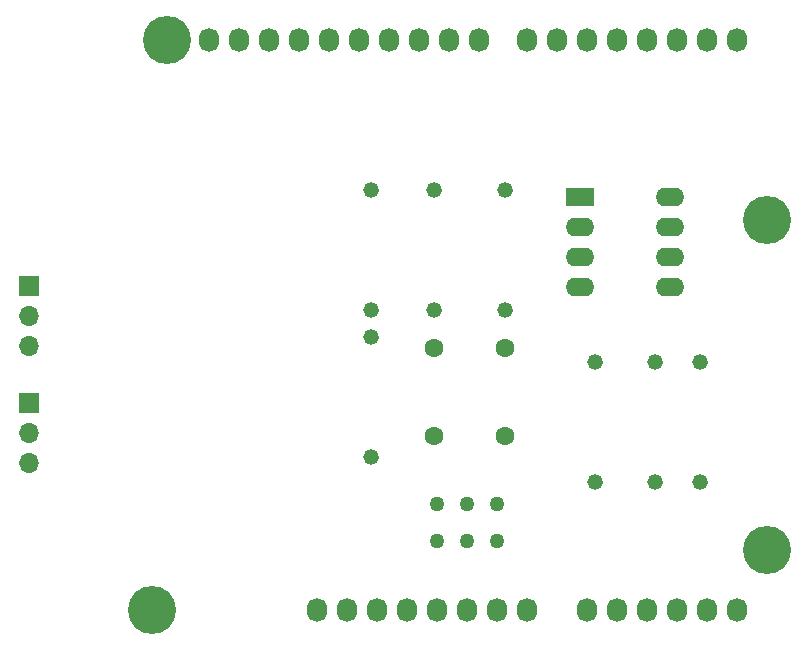
<source format=gbr>
%TF.GenerationSoftware,KiCad,Pcbnew,(6.0.4-0)*%
%TF.CreationDate,2023-04-23T00:41:00+09:00*%
%TF.ProjectId,carvetracer_arduino,63617276-6574-4726-9163-65725f617264,rev?*%
%TF.SameCoordinates,Original*%
%TF.FileFunction,Soldermask,Bot*%
%TF.FilePolarity,Negative*%
%FSLAX46Y46*%
G04 Gerber Fmt 4.6, Leading zero omitted, Abs format (unit mm)*
G04 Created by KiCad (PCBNEW (6.0.4-0)) date 2023-04-23 00:41:00*
%MOMM*%
%LPD*%
G01*
G04 APERTURE LIST*
%ADD10O,1.727200X2.032000*%
%ADD11C,4.064000*%
%ADD12C,1.320800*%
%ADD13R,2.400000X1.600000*%
%ADD14O,2.400000X1.600000*%
%ADD15C,1.600000*%
%ADD16R,1.700000X1.700000*%
%ADD17O,1.700000X1.700000*%
%ADD18C,1.270000*%
G04 APERTURE END LIST*
D10*
%TO.C,P1*%
X138938000Y-123825000D03*
X141478000Y-123825000D03*
X144018000Y-123825000D03*
X146558000Y-123825000D03*
X149098000Y-123825000D03*
X151638000Y-123825000D03*
X154178000Y-123825000D03*
X156718000Y-123825000D03*
%TD*%
%TO.C,P2*%
X161798000Y-123825000D03*
X164338000Y-123825000D03*
X166878000Y-123825000D03*
X169418000Y-123825000D03*
X171958000Y-123825000D03*
X174498000Y-123825000D03*
%TD*%
%TO.C,P3*%
X129794000Y-75565000D03*
X132334000Y-75565000D03*
X134874000Y-75565000D03*
X137414000Y-75565000D03*
X139954000Y-75565000D03*
X142494000Y-75565000D03*
X145034000Y-75565000D03*
X147574000Y-75565000D03*
X150114000Y-75565000D03*
X152654000Y-75565000D03*
%TD*%
%TO.C,P4*%
X156718000Y-75565000D03*
X159258000Y-75565000D03*
X161798000Y-75565000D03*
X164338000Y-75565000D03*
X166878000Y-75565000D03*
X169418000Y-75565000D03*
X171958000Y-75565000D03*
X174498000Y-75565000D03*
%TD*%
D11*
%TO.C,P5*%
X124968000Y-123825000D03*
%TD*%
%TO.C,P6*%
X177038000Y-118745000D03*
%TD*%
%TO.C,P7*%
X126238000Y-75565000D03*
%TD*%
%TO.C,P8*%
X177038000Y-90805000D03*
%TD*%
D12*
%TO.C,R2*%
X154813000Y-98425000D03*
X154813000Y-88265000D03*
%TD*%
%TO.C,R5*%
X171323000Y-113030000D03*
X171323000Y-102870000D03*
%TD*%
%TO.C,R1*%
X143510000Y-110871000D03*
X143510000Y-100711000D03*
%TD*%
D13*
%TO.C,U1*%
X161163000Y-88900000D03*
D14*
X161163000Y-91440000D03*
X161163000Y-93980000D03*
X161163000Y-96520000D03*
X168783000Y-96520000D03*
X168783000Y-93980000D03*
X168783000Y-91440000D03*
X168783000Y-88900000D03*
%TD*%
D15*
%TO.C,C1*%
X154813000Y-101660000D03*
X154813000Y-109160000D03*
%TD*%
D16*
%TO.C,J1*%
X114554000Y-106299000D03*
D17*
X114554000Y-108839000D03*
X114554000Y-111379000D03*
%TD*%
D12*
%TO.C,R4*%
X167513000Y-102870000D03*
X167513000Y-113030000D03*
%TD*%
D18*
%TO.C,SW1*%
X154178000Y-114861340D03*
X149098000Y-114861340D03*
X154178000Y-118056660D03*
X149098000Y-118056660D03*
X151638000Y-114861340D03*
X151638000Y-117983000D03*
%TD*%
D12*
%TO.C,R3*%
X148844000Y-98425000D03*
X148844000Y-88265000D03*
%TD*%
%TO.C,R7*%
X143510000Y-88265000D03*
X143510000Y-98425000D03*
%TD*%
D15*
%TO.C,C2*%
X148844000Y-101660000D03*
X148844000Y-109160000D03*
%TD*%
D16*
%TO.C,J2*%
X114554000Y-96408000D03*
D17*
X114554000Y-98948000D03*
X114554000Y-101488000D03*
%TD*%
D12*
%TO.C,R6*%
X162433000Y-113030000D03*
X162433000Y-102870000D03*
%TD*%
M02*

</source>
